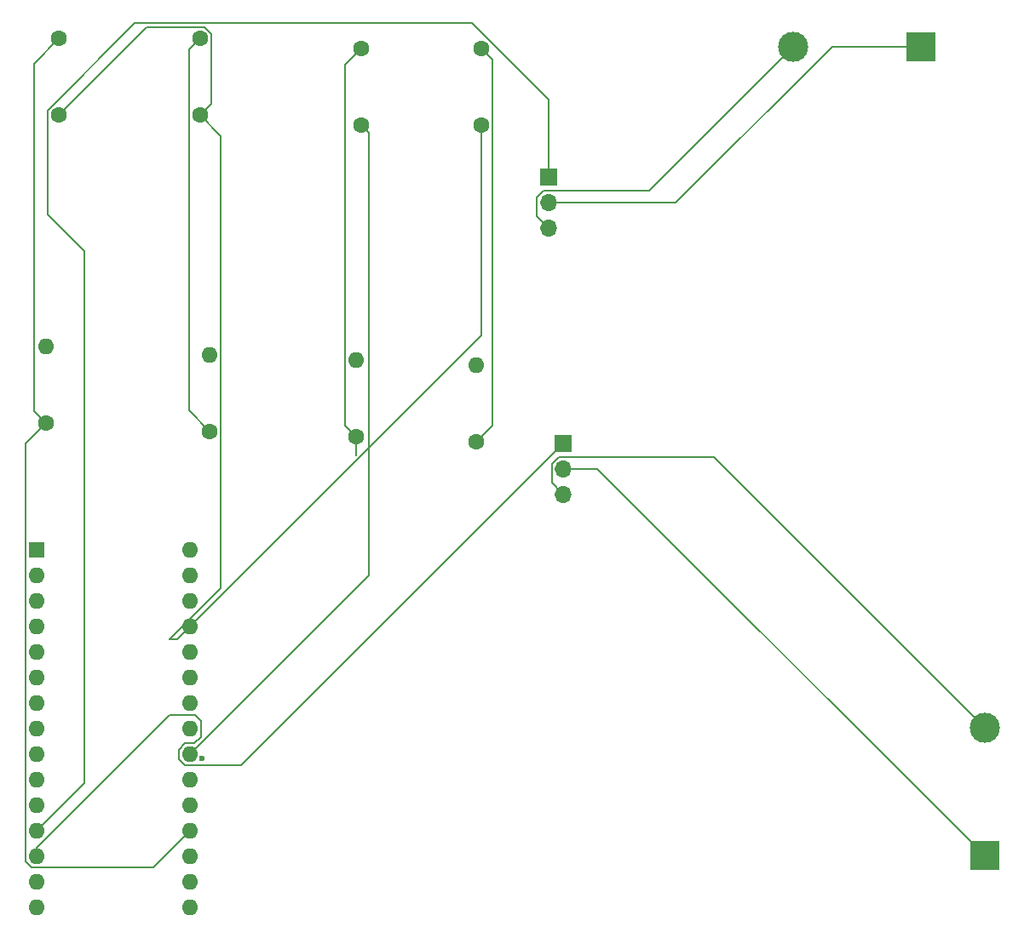
<source format=gbr>
%TF.GenerationSoftware,KiCad,Pcbnew,8.0.8*%
%TF.CreationDate,2025-10-11T21:39:39+03:00*%
%TF.ProjectId,Dual solar tracking system before routing Austin,4475616c-2073-46f6-9c61-722074726163,rev?*%
%TF.SameCoordinates,Original*%
%TF.FileFunction,Copper,L1,Top*%
%TF.FilePolarity,Positive*%
%FSLAX46Y46*%
G04 Gerber Fmt 4.6, Leading zero omitted, Abs format (unit mm)*
G04 Created by KiCad (PCBNEW 8.0.8) date 2025-10-11 21:39:39*
%MOMM*%
%LPD*%
G01*
G04 APERTURE LIST*
%TA.AperFunction,ComponentPad*%
%ADD10C,1.600000*%
%TD*%
%TA.AperFunction,ComponentPad*%
%ADD11O,1.600000X1.600000*%
%TD*%
%TA.AperFunction,ComponentPad*%
%ADD12R,1.700000X1.700000*%
%TD*%
%TA.AperFunction,ComponentPad*%
%ADD13O,1.700000X1.700000*%
%TD*%
%TA.AperFunction,ComponentPad*%
%ADD14R,3.000000X3.000000*%
%TD*%
%TA.AperFunction,ComponentPad*%
%ADD15C,3.000000*%
%TD*%
%TA.AperFunction,ComponentPad*%
%ADD16R,1.600000X1.600000*%
%TD*%
%TA.AperFunction,ViaPad*%
%ADD17C,0.600000*%
%TD*%
%TA.AperFunction,Conductor*%
%ADD18C,0.200000*%
%TD*%
G04 APERTURE END LIST*
D10*
%TO.P,R1,1*%
%TO.N,Net-(A1-A0)*%
X89190000Y-90500000D03*
D11*
%TO.P,R1,2*%
%TO.N,Net-(R1-Pad2)*%
X89190000Y-82880000D03*
%TD*%
D12*
%TO.P,M1,1,PWM*%
%TO.N,Net-(A1-D9)*%
X139125000Y-65975000D03*
D13*
%TO.P,M1,2,+*%
%TO.N,Net-(BT1-+)*%
X139125000Y-68515000D03*
%TO.P,M1,3,-*%
%TO.N,Net-(BT1--)*%
X139125000Y-71055000D03*
%TD*%
D10*
%TO.P,R4,1*%
%TO.N,+5V*%
X104500000Y-59800000D03*
%TO.P,R4,2*%
%TO.N,Net-(A1-A1)*%
X104500000Y-52200000D03*
%TD*%
%TO.P,R7,1*%
%TO.N,+5V*%
X132500000Y-60800000D03*
%TO.P,R7,2*%
%TO.N,Net-(R7-Pad2)*%
X132500000Y-53200000D03*
%TD*%
%TO.P,R6,1*%
%TO.N,Net-(A1-A2)*%
X120000000Y-91810000D03*
D11*
%TO.P,R6,2*%
%TO.N,Net-(R6-Pad2)*%
X120000000Y-84190000D03*
%TD*%
D10*
%TO.P,R8,1*%
%TO.N,Net-(R7-Pad2)*%
X132000000Y-92310000D03*
D11*
%TO.P,R8,2*%
%TO.N,Net-(R6-Pad2)*%
X132000000Y-84690000D03*
%TD*%
D10*
%TO.P,R2,1*%
%TO.N,Net-(A1-A1)*%
X105500000Y-91310000D03*
D11*
%TO.P,R2,2*%
%TO.N,Net-(R1-Pad2)*%
X105500000Y-83690000D03*
%TD*%
D14*
%TO.P,BT1,1,+*%
%TO.N,Net-(BT1-+)*%
X176200000Y-53000000D03*
D15*
%TO.P,BT1,2,-*%
%TO.N,Net-(BT1--)*%
X163500000Y-53000000D03*
%TD*%
D16*
%TO.P,A1,1,D1/TX*%
%TO.N,unconnected-(A1-D1{slash}TX-Pad1)*%
X88260000Y-103100000D03*
D11*
%TO.P,A1,2,D0/RX*%
%TO.N,unconnected-(A1-D0{slash}RX-Pad2)*%
X88260000Y-105640000D03*
%TO.P,A1,3,~{RESET}*%
%TO.N,unconnected-(A1-~{RESET}-Pad3)*%
X88260000Y-108180000D03*
%TO.P,A1,4,GND*%
%TO.N,Net-(A1-GND-Pad29)*%
X88260000Y-110720000D03*
%TO.P,A1,5,D2*%
%TO.N,unconnected-(A1-D2-Pad5)*%
X88260000Y-113260000D03*
%TO.P,A1,6,D3*%
%TO.N,unconnected-(A1-D3-Pad6)*%
X88260000Y-115800000D03*
%TO.P,A1,7,D4*%
%TO.N,unconnected-(A1-D4-Pad7)*%
X88260000Y-118340000D03*
%TO.P,A1,8,D5*%
%TO.N,unconnected-(A1-D5-Pad8)*%
X88260000Y-120880000D03*
%TO.P,A1,9,D6*%
%TO.N,unconnected-(A1-D6-Pad9)*%
X88260000Y-123420000D03*
%TO.P,A1,10,D7*%
%TO.N,unconnected-(A1-D7-Pad10)*%
X88260000Y-125960000D03*
%TO.P,A1,11,D8*%
%TO.N,unconnected-(A1-D8-Pad11)*%
X88260000Y-128500000D03*
%TO.P,A1,12,D9*%
%TO.N,Net-(A1-D9)*%
X88260000Y-131040000D03*
%TO.P,A1,13,D10*%
%TO.N,Net-(A1-D10)*%
X88260000Y-133580000D03*
%TO.P,A1,14,D11*%
%TO.N,unconnected-(A1-D11-Pad14)*%
X88260000Y-136120000D03*
%TO.P,A1,15,D12*%
%TO.N,unconnected-(A1-D12-Pad15)*%
X88260000Y-138660000D03*
%TO.P,A1,16,D13*%
%TO.N,unconnected-(A1-D13-Pad16)*%
X103500000Y-138660000D03*
%TO.P,A1,17,3V3*%
%TO.N,unconnected-(A1-3V3-Pad17)*%
X103500000Y-136120000D03*
%TO.P,A1,18,AREF*%
%TO.N,unconnected-(A1-AREF-Pad18)*%
X103500000Y-133580000D03*
%TO.P,A1,19,A0*%
%TO.N,Net-(A1-A0)*%
X103500000Y-131040000D03*
%TO.P,A1,20,A1*%
%TO.N,Net-(A1-A1)*%
X103500000Y-128500000D03*
%TO.P,A1,21,A2*%
%TO.N,Net-(A1-A2)*%
X103500000Y-125960000D03*
%TO.P,A1,22,A3*%
%TO.N,+5V*%
X103500000Y-123420000D03*
%TO.P,A1,23,A4*%
%TO.N,unconnected-(A1-A4-Pad23)*%
X103500000Y-120880000D03*
%TO.P,A1,24,A5*%
%TO.N,unconnected-(A1-A5-Pad24)*%
X103500000Y-118340000D03*
%TO.P,A1,25,A6*%
%TO.N,unconnected-(A1-A6-Pad25)*%
X103500000Y-115800000D03*
%TO.P,A1,26,A7*%
%TO.N,unconnected-(A1-A7-Pad26)*%
X103500000Y-113260000D03*
%TO.P,A1,27,+5V*%
%TO.N,+5V*%
X103500000Y-110720000D03*
%TO.P,A1,28,~{RESET}*%
%TO.N,unconnected-(A1-~{RESET}-Pad28)*%
X103500000Y-108180000D03*
%TO.P,A1,29,GND*%
%TO.N,Net-(A1-GND-Pad29)*%
X103500000Y-105640000D03*
%TO.P,A1,30,VIN*%
%TO.N,unconnected-(A1-VIN-Pad30)*%
X103500000Y-103100000D03*
%TD*%
D12*
%TO.P,M2,1,PWM*%
%TO.N,Net-(A1-D10)*%
X140625000Y-92475000D03*
D13*
%TO.P,M2,2,+*%
%TO.N,Net-(BT2-+)*%
X140625000Y-95015000D03*
%TO.P,M2,3,-*%
%TO.N,Net-(BT2--)*%
X140625000Y-97555000D03*
%TD*%
D10*
%TO.P,R3,1*%
%TO.N,+5V*%
X90500000Y-59800000D03*
%TO.P,R3,2*%
%TO.N,Net-(A1-A0)*%
X90500000Y-52200000D03*
%TD*%
%TO.P,R5,1*%
%TO.N,+5V*%
X120500000Y-60800000D03*
%TO.P,R5,2*%
%TO.N,Net-(A1-A2)*%
X120500000Y-53200000D03*
%TD*%
D14*
%TO.P,BT2,1,+*%
%TO.N,Net-(BT2-+)*%
X182500000Y-133500000D03*
D15*
%TO.P,BT2,2,-*%
%TO.N,Net-(BT2--)*%
X182500000Y-120800000D03*
%TD*%
D17*
%TO.N,Net-(A1-A2)*%
X104731624Y-123836063D03*
%TD*%
D18*
%TO.N,Net-(A1-A2)*%
X120000000Y-91810000D02*
X120000000Y-93654314D01*
X118900000Y-90710000D02*
X120000000Y-91810000D01*
X118900000Y-54800000D02*
X118900000Y-90710000D01*
X120500000Y-53200000D02*
X118900000Y-54800000D01*
%TO.N,Net-(A1-D9)*%
X93000000Y-126300000D02*
X88260000Y-131040000D01*
X93000000Y-73344365D02*
X93000000Y-126300000D01*
X89400000Y-59344365D02*
X89400000Y-69744365D01*
X98044365Y-50700000D02*
X89400000Y-59344365D01*
X139125000Y-58269365D02*
X131555635Y-50700000D01*
X139125000Y-65975000D02*
X139125000Y-58269365D01*
X131555635Y-50700000D02*
X98044365Y-50700000D01*
X89400000Y-69744365D02*
X93000000Y-73344365D01*
%TO.N,+5V*%
X105600000Y-58700000D02*
X104500000Y-59800000D01*
X99200000Y-51100000D02*
X104955635Y-51100000D01*
X104955635Y-51100000D02*
X105600000Y-51744365D01*
X105600000Y-51744365D02*
X105600000Y-58700000D01*
X90500000Y-59800000D02*
X99200000Y-51100000D01*
%TO.N,Net-(A1-A1)*%
X103400000Y-89210000D02*
X105500000Y-91310000D01*
X103400000Y-53300000D02*
X103400000Y-89210000D01*
X104500000Y-52200000D02*
X103400000Y-53300000D01*
%TO.N,+5V*%
X102220000Y-112000000D02*
X103500000Y-110720000D01*
X106600000Y-106900000D02*
X101500000Y-112000000D01*
X106600000Y-61900000D02*
X106600000Y-106900000D01*
X104500000Y-59800000D02*
X106600000Y-61900000D01*
X101500000Y-112000000D02*
X102220000Y-112000000D01*
%TO.N,Net-(BT1--)*%
X137975000Y-68038654D02*
X137975000Y-69905000D01*
X138648654Y-67365000D02*
X137975000Y-68038654D01*
X137975000Y-69905000D02*
X139125000Y-71055000D01*
X149135000Y-67365000D02*
X138648654Y-67365000D01*
X163500000Y-53000000D02*
X149135000Y-67365000D01*
%TO.N,Net-(BT1-+)*%
X151801548Y-68515000D02*
X139125000Y-68515000D01*
X176200000Y-53000000D02*
X167316548Y-53000000D01*
X167316548Y-53000000D02*
X151801548Y-68515000D01*
%TO.N,Net-(BT2--)*%
X155565000Y-93865000D02*
X182500000Y-120800000D01*
X140148654Y-93865000D02*
X155565000Y-93865000D01*
X139475000Y-94538654D02*
X140148654Y-93865000D01*
X139475000Y-96405000D02*
X139475000Y-94538654D01*
X140625000Y-97555000D02*
X139475000Y-96405000D01*
%TO.N,Net-(BT2-+)*%
X144015000Y-95015000D02*
X182500000Y-133500000D01*
X140625000Y-95015000D02*
X144015000Y-95015000D01*
%TO.N,Net-(A1-A0)*%
X87160000Y-92530000D02*
X87160000Y-134035635D01*
X87160000Y-134035635D02*
X87804365Y-134680000D01*
X89190000Y-90500000D02*
X87160000Y-92530000D01*
%TO.N,Net-(A1-D10)*%
X88260000Y-132740000D02*
X88260000Y-133580000D01*
X101500000Y-119500000D02*
X88260000Y-132740000D01*
X104015635Y-119500000D02*
X101500000Y-119500000D01*
X104600000Y-120084365D02*
X104015635Y-119500000D01*
X104600000Y-121675635D02*
X104600000Y-120084365D01*
X103955635Y-122320000D02*
X104600000Y-121675635D01*
X102400000Y-122964365D02*
X103044365Y-122320000D01*
X103044365Y-122320000D02*
X103955635Y-122320000D01*
X103044365Y-124520000D02*
X102400000Y-123875635D01*
X102400000Y-123875635D02*
X102400000Y-122964365D01*
X108580000Y-124520000D02*
X103044365Y-124520000D01*
X140625000Y-92475000D02*
X108580000Y-124520000D01*
%TO.N,+5V*%
X120500000Y-60800000D02*
X121299999Y-61599999D01*
X132500000Y-81720000D02*
X103500000Y-110720000D01*
X132500000Y-60800000D02*
X132500000Y-81720000D01*
%TO.N,Net-(A1-A0)*%
X88000000Y-54700000D02*
X88000000Y-89310000D01*
X90500000Y-52200000D02*
X88000000Y-54700000D01*
X88000000Y-89310000D02*
X89190000Y-90500000D01*
X99860000Y-134680000D02*
X103500000Y-131040000D01*
X87804365Y-134680000D02*
X99860000Y-134680000D01*
%TO.N,+5V*%
X121299999Y-61599999D02*
X121299999Y-105620001D01*
X121299999Y-105620001D02*
X103500000Y-123420000D01*
%TO.N,Net-(R7-Pad2)*%
X132500000Y-53200000D02*
X133600000Y-54300000D01*
X133600000Y-90710000D02*
X132000000Y-92310000D01*
X133600000Y-54300000D02*
X133600000Y-90710000D01*
%TD*%
M02*

</source>
